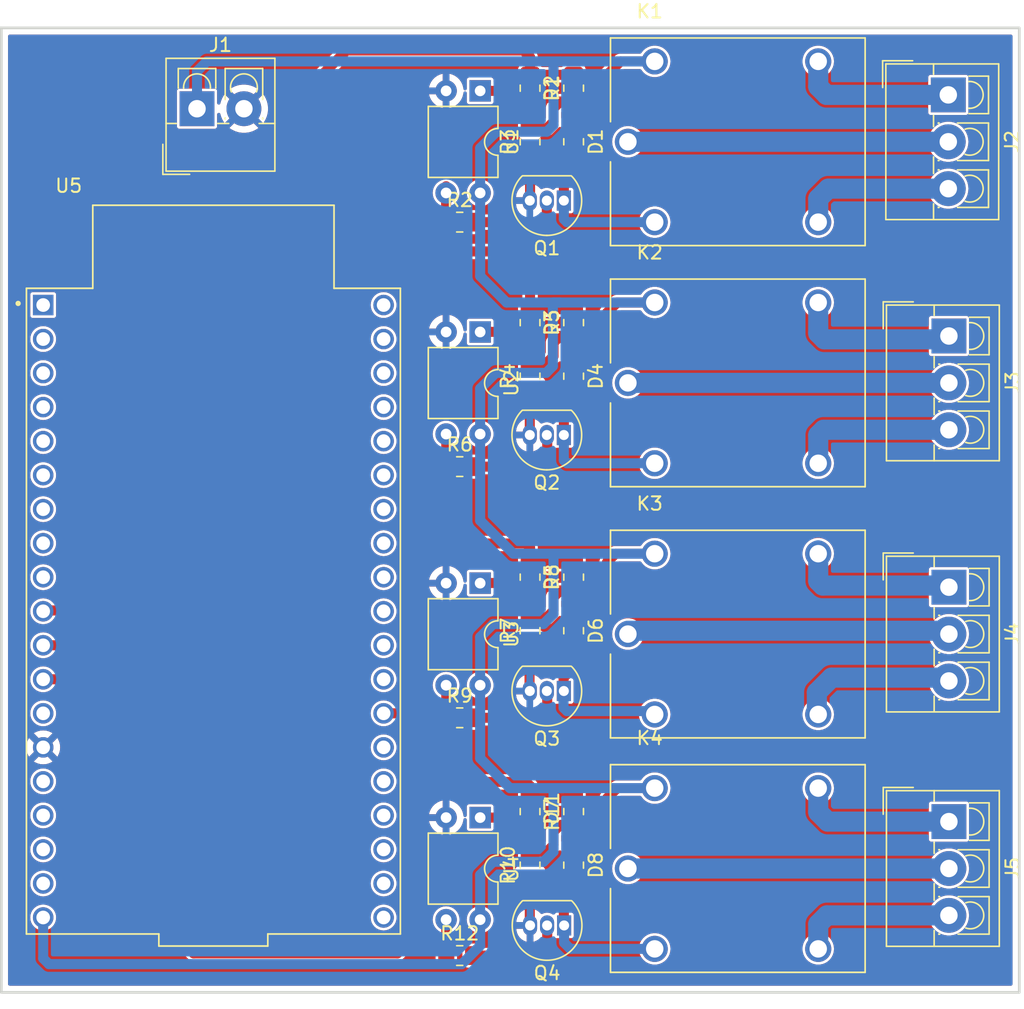
<source format=kicad_pcb>
(kicad_pcb (version 20240108) (generator "pcbnew") (generator_version "8.0")
  (layers (0 "F.Cu" signal) (31 "B.Cu" signal) (34 "B.Paste" user) (35 "F.Paste" user) (36 "B.SilkS" user "B.Silkscreen") (37 "F.SilkS" user "F.Silkscreen") (38 "B.Mask" user) (39 "F.Mask" user) (44 "Edge.Cuts" user))
  (net 0 "")
  (net 1 "Net-(D1-A)")
  (net 2 "VCC")
  (net 3 "Net-(D4-A)")
  (net 4 "Net-(D6-A)")
  (net 5 "Net-(D8-A)")
  (net 6 "Net-(J2-Pin_3)")
  (net 7 "Net-(J3-Pin_3)")
  (net 8 "Net-(J5-Pin_3)")
  (net 9 "Net-(J4-Pin_3)")
  (net 10 "GND")
  (net 11 "Net-(Q1-B)")
  (net 12 "Net-(Q2-B)")
  (net 13 "Net-(Q3-B)")
  (net 14 "Net-(Q4-B)")
  (net 15 "Net-(R1-Pad2)")
  (net 16 "Relay_1")
  (net 17 "Net-(R2-Pad1)")
  (net 18 "Net-(D2-K)")
  (net 19 "Net-(D3-K)")
  (net 20 "Net-(J4-Pin_2)")
  (net 21 "Net-(R5-Pad2)")
  (net 22 "Net-(R6-Pad1)")
  (net 23 "Net-(D5-K)")
  (net 24 "Net-(J4-Pin_1)")
  (net 25 "Net-(R8-Pad2)")
  (net 26 "Net-(R9-Pad1)")
  (net 27 "Net-(D7-K)")
  (net 28 "Net-(R11-Pad2)")
  (net 29 "Net-(R12-Pad1)")
  (net 30 "Net-(J2-Pin_2)")
  (net 31 "Net-(J2-Pin_1)")
  (net 32 "Net-(J3-Pin_2)")
  (net 33 "Net-(J3-Pin_1)")
  (net 34 "Net-(J5-Pin_2)")
  (net 35 "Net-(J5-Pin_1)")
  (net 36 "Relay_2")
  (net 37 "Relay_3")
  (net 38 "Relay_4")
  (footprint "Resistor_SMD:R_0805_2012Metric_Pad1.20x1.40mm_HandSolder" (layer "F.Cu") (at 142.5 54.8125 -90)
    (property "Reference" "R1" (at 0 -1.65 90) (layer "F.SilkS"))
    (property "Value" "220")
    (pad "1" smd roundrect (at -1 0 270) (size 1.2 1.4) (layers "F.Cu" "F.Paste" "F.Mask") (roundrect_rratio 0.208333) (net 16 "Relay_1"))
    (pad "2" smd roundrect (at 1 0 270) (size 1.2 1.4) (layers "F.Cu" "F.Paste" "F.Mask") (roundrect_rratio 0.208333) (net 15 "Net-(R1-Pad2)"))
  )
  (footprint "Resistor_SMD:R_0805_2012Metric_Pad1.20x1.40mm_HandSolder" (layer "F.Cu") (at 137.25 101.8125)
    (property "Reference" "R9" (at 0 -1.65 0) (layer "F.SilkS"))
    (property "Value" "1k")
    (pad "1" smd roundrect (at -1 0) (size 1.2 1.4) (layers "F.Cu" "F.Paste" "F.Mask") (roundrect_rratio 0.208333) (net 26 "Net-(R9-Pad1)"))
    (pad "2" smd roundrect (at 1 0) (size 1.2 1.4) (layers "F.Cu" "F.Paste" "F.Mask") (roundrect_rratio 0.208333) (net 13 "Net-(Q3-B)"))
  )
  (footprint "Resistor_SMD:R_0805_2012Metric_Pad1.20x1.40mm_HandSolder" (layer "F.Cu") (at 145.75 108.8125 90)
    (property "Reference" "D7" (at 0 -1.65 90) (layer "F.SilkS"))
    (property "Value" "LED")
    (pad "1" smd roundrect (at -1 0 90) (size 1.2 1.4) (layers "F.Cu" "F.Paste" "F.Mask") (roundrect_rratio 0.208333) (net 27 "Net-(D7-K)"))
    (pad "2" smd roundrect (at 1 0 90) (size 1.2 1.4) (layers "F.Cu" "F.Paste" "F.Mask") (roundrect_rratio 0.208333) (net 38 "Relay_4"))
  )
  (footprint "Relés:RELAY_PR14-12V-360-1C" (layer "F.Cu") (at 158 58.8125)
    (property "Reference" "K1" (at -6.575 -9.735 0) (layer "F.SilkS"))
    (property "Value" "PR14-12V-360-1C")
    (pad "A1" thru_hole circle (at -6.2 -6) (size 1.95 1.95) (drill 1.3) (layers "*.Cu" "*.Mask") (net 2 "VCC"))
    (pad "A2" thru_hole circle (at -6.2 6) (size 1.95 1.95) (drill 1.3) (layers "*.Cu" "*.Mask") (net 1 "Net-(D1-A)"))
    (pad "COM" thru_hole circle (at -8.2 0) (size 1.95 1.95) (drill 1.3) (layers "*.Cu" "*.Mask") (net 30 "Net-(J2-Pin_2)"))
    (pad "NC" thru_hole circle (at 6 -6) (size 1.95 1.95) (drill 1.3) (layers "*.Cu" "*.Mask") (net 31 "Net-(J2-Pin_1)"))
    (pad "NO" thru_hole circle (at 6 6) (size 1.95 1.95) (drill 1.3) (layers "*.Cu" "*.Mask") (net 6 "Net-(J2-Pin_3)"))
  )
  (footprint "TerminalBlock_4Ucon:TerminalBlock_4Ucon_1x03_P3.50mm_Vertical" (layer "F.Cu") (at 173.75 109.5625 -90)
    (property "Reference" "J5" (at 3.5 -4.76 90) (layer "F.SilkS"))
    (property "Value" "Re4")
    (pad "1" thru_hole rect (at 0 0 270) (size 2.6 2.6) (drill 1.3) (layers "*.Cu" "*.Mask") (net 35 "Net-(J5-Pin_1)"))
    (pad "2" thru_hole circle (at 3.5 0 270) (size 2.6 2.6) (drill 1.3) (layers "*.Cu" "*.Mask") (net 34 "Net-(J5-Pin_2)"))
    (pad "3" thru_hole circle (at 7 0 270) (size 2.6 2.6) (drill 1.3) (layers "*.Cu" "*.Mask") (net 8 "Net-(J5-Pin_3)"))
  )
  (footprint "Resistor_SMD:R_0805_2012Metric_Pad1.20x1.40mm_HandSolder" (layer "F.Cu") (at 142.5 95.3125 90)
    (property "Reference" "R7" (at 0 -1.65 90) (layer "F.SilkS"))
    (property "Value" "330")
    (pad "1" smd roundrect (at -1 0 90) (size 1.2 1.4) (layers "F.Cu" "F.Paste" "F.Mask") (roundrect_rratio 0.208333) (net 10 "GND"))
    (pad "2" smd roundrect (at 1 0 90) (size 1.2 1.4) (layers "F.Cu" "F.Paste" "F.Mask") (roundrect_rratio 0.208333) (net 23 "Net-(D5-K)"))
  )
  (footprint "Package_DIP:DIP-4_W7.62mm" (layer "F.Cu") (at 138.775 91.7625 -90)
    (property "Reference" "U3" (at 3.81 -2.33 90) (layer "F.SilkS"))
    (property "Value" "PC817")
    (pad "1" thru_hole rect (at 0 0 270) (size 1.6 1.6) (drill 0.8) (layers "*.Cu" "*.Mask") (net 25 "Net-(R8-Pad2)"))
    (pad "2" thru_hole oval (at 0 2.54 270) (size 1.6 1.6) (drill 0.8) (layers "*.Cu" "*.Mask") (net 10 "GND"))
    (pad "3" thru_hole oval (at 7.62 2.54 270) (size 1.6 1.6) (drill 0.8) (layers "*.Cu" "*.Mask") (net 26 "Net-(R9-Pad1)"))
    (pad "4" thru_hole oval (at 7.62 0 270) (size 1.6 1.6) (drill 0.8) (layers "*.Cu" "*.Mask") (net 2 "VCC"))
  )
  (footprint "ESP32 36PIN:MODULE_DEVKIT_V1_ESP32-WROOM-32" (layer "F.Cu") (at 118.8725 93.85)
    (property "Reference" "U5" (at -10.795 -31.75 360) (layer "F.SilkS"))
    (property "Value" "DEVKIT_V1_ESP32-WROOM-32")
    (pad "1" thru_hole rect (at -12.7 -22.85) (size 1.53 1.53) (drill 1.02) (layers "*.Cu" "*.Mask"))
    (pad "2" thru_hole circle (at -12.7 -20.31) (size 1.53 1.53) (drill 1.02) (layers "*.Cu" "*.Mask"))
    (pad "3" thru_hole circle (at -12.7 -17.77) (size 1.53 1.53) (drill 1.02) (layers "*.Cu" "*.Mask"))
    (pad "4" thru_hole circle (at -12.7 -15.23) (size 1.53 1.53) (drill 1.02) (layers "*.Cu" "*.Mask"))
    (pad "5" thru_hole circle (at -12.7 -12.69) (size 1.53 1.53) (drill 1.02) (layers "*.Cu" "*.Mask"))
    (pad "6" thru_hole circle (at -12.7 -10.15) (size 1.53 1.53) (drill 1.02) (layers "*.Cu" "*.Mask"))
    (pad "7" thru_hole circle (at -12.7 -7.61) (size 1.53 1.53) (drill 1.02) (layers "*.Cu" "*.Mask"))
    (pad "8" thru_hole circle (at -12.7 -5.07) (size 1.53 1.53) (drill 1.02) (layers "*.Cu" "*.Mask"))
    (pad "9" thru_hole circle (at -12.7 -2.53) (size 1.53 1.53) (drill 1.02) (layers "*.Cu" "*.Mask"))
    (pad "10" thru_hole circle (at -12.7 0.01) (size 1.53 1.53) (drill 1.02) (layers "*.Cu" "*.Mask") (net 16 "Relay_1"))
    (pad "11" thru_hole circle (at -12.7 2.55) (size 1.53 1.53) (drill 1.02) (layers "*.Cu" "*.Mask") (net 36 "Relay_2"))
    (pad "12" thru_hole circle (at -12.7 5.09) (size 1.53 1.53) (drill 1.02) (layers "*.Cu" "*.Mask") (net 38 "Relay_4"))
    (pad "13" thru_hole circle (at -12.7 7.63) (size 1.53 1.53) (drill 1.02) (layers "*.Cu" "*.Mask"))
    (pad "14" thru_hole circle (at -12.7 10.17) (size 1.53 1.53) (drill 1.02) (layers "*.Cu" "*.Mask") (net 10 "GND"))
    (pad "15" thru_hole circle (at -12.7 12.71) (size 1.53 1.53) (drill 1.02) (layers "*.Cu" "*.Mask"))
    (pad "16" thru_hole circle (at -12.7 15.25) (size 1.53 1.53) (drill 1.02) (layers "*.Cu" "*.Mask"))
    (pad "17" thru_hole circle (at -12.7 17.79) (size 1.53 1.53) (drill 1.02) (layers "*.Cu" "*.Mask"))
    (pad "18" thru_hole circle (at -12.7 20.33) (size 1.53 1.53) (drill 1.02) (layers "*.Cu" "*.Mask"))
    (pad "19" thru_hole circle (at -12.7 22.87) (size 1.53 1.53) (drill 1.02) (layers "*.Cu" "*.Mask") (net 2 "VCC"))
    (pad "20" thru_hole circle (at 12.7 22.87) (size 1.53 1.53) (drill 1.02) (layers "*.Cu" "*.Mask"))
    (pad "21" thru_hole circle (at 12.7 20.33) (size 1.53 1.53) (drill 1.02) (layers "*.Cu" "*.Mask"))
    (pad "22" thru_hole circle (at 12.7 17.79) (size 1.53 1.53) (drill 1.02) (layers "*.Cu" "*.Mask"))
    (pad "23" thru_hole circle (at 12.7 15.25) (size 1.53 1.53) (drill 1.02) (layers "*.Cu" "*.Mask"))
    (pad "24" thru_hole circle (at 12.7 12.71) (size 1.53 1.53) (drill 1.02) (layers "*.Cu" "*.Mask"))
    (pad "25" thru_hole circle (at 12.7 10.17) (size 1.53 1.53) (drill 1.02) (layers "*.Cu" "*.Mask"))
    (pad "26" thru_hole circle (at 12.7 7.63) (size 1.53 1.53) (drill 1.02) (layers "*.Cu" "*.Mask") (net 37 "Relay_3"))
    (pad "27" thru_hole circle (at 12.7 5.09) (size 1.53 1.53) (drill 1.02) (layers "*.Cu" "*.Mask"))
    (pad "28" thru_hole circle (at 12.7 2.55) (size 1.53 1.53) (drill 1.02) (layers "*.Cu" "*.Mask"))
    (pad "29" thru_hole circle (at 12.7 0.01) (size 1.53 1.53) (drill 1.02) (layers "*.Cu" "*.Mask"))
    (pad "30" thru_hole circle (at 12.7 -2.53) (size 1.53 1.53) (drill 1.02) (layers "*.Cu" "*.Mask"))
    (pad "31" thru_hole circle (at 12.7 -5.07) (size 1.53 1.53) (drill 1.02) (layers "*.Cu" "*.Mask"))
    (pad "32" thru_hole circle (at 12.7 -7.61) (size 1.53 1.53) (drill 1.02) (layers "*.Cu" "*.Mask"))
    (pad "33" thru_hole circle (at 12.7 -10.15) (size 1.53 1.53) (drill 1.02) (layers "*.Cu" "*.Mask"))
    (pad "34" thru_hole circle (at 12.7 -12.69) (size 1.53 1.53) (drill 1.02) (layers "*.Cu" "*.Mask"))
    (pad "35" thru_hole circle (at 12.7 -15.23) (size 1.53 1.53) (drill 1.02) (layers "*.Cu" "*.Mask"))
    (pad "36" thru_hole circle (at 12.7 -17.77) (size 1.53 1.53) (drill 1.02) (layers "*.Cu" "*.Mask"))
    (pad "37" thru_hole circle (at 12.7 -20.31) (size 1.53 1.53) (drill 1.02) (layers "*.Cu" "*.Mask"))
    (pad "38" thru_hole circle (at 12.7 -22.85) (size 1.53 1.53) (drill 1.02) (layers "*.Cu" "*.Mask"))
  )
  (footprint "Package_TO_SOT_THT:TO-92_Inline" (layer "F.Cu") (at 145.04 117.3125 180)
    (property "Reference" "Q4" (at 1.27 -3.56 0) (layer "F.SilkS"))
    (property "Value" "BC547")
    (pad "1" thru_hole rect (at 0 0 180) (size 1.05 1.5) (drill 0.75) (layers "*.Cu" "*.Mask") (net 5 "Net-(D8-A)"))
    (pad "2" thru_hole oval (at 1.27 0 180) (size 1.05 1.5) (drill 0.75) (layers "*.Cu" "*.Mask") (net 14 "Net-(Q4-B)"))
    (pad "3" thru_hole oval (at 2.54 0 180) (size 1.05 1.5) (drill 0.75) (layers "*.Cu" "*.Mask") (net 10 "GND"))
  )
  (footprint "Relés:RELAY_PR14-12V-360-1C" (layer "F.Cu") (at 158 113.0625)
    (property "Reference" "K4" (at -6.575 -9.735 0) (layer "F.SilkS"))
    (property "Value" "PR14-12V-360-1C")
    (pad "A1" thru_hole circle (at -6.2 -6) (size 1.95 1.95) (drill 1.3) (layers "*.Cu" "*.Mask") (net 2 "VCC"))
    (pad "A2" thru_hole circle (at -6.2 6) (size 1.95 1.95) (drill 1.3) (layers "*.Cu" "*.Mask") (net 5 "Net-(D8-A)"))
    (pad "COM" thru_hole circle (at -8.2 0) (size 1.95 1.95) (drill 1.3) (layers "*.Cu" "*.Mask") (net 34 "Net-(J5-Pin_2)"))
    (pad "NC" thru_hole circle (at 6 -6) (size 1.95 1.95) (drill 1.3) (layers "*.Cu" "*.Mask") (net 35 "Net-(J5-Pin_1)"))
    (pad "NO" thru_hole circle (at 6 6) (size 1.95 1.95) (drill 1.3) (layers "*.Cu" "*.Mask") (net 8 "Net-(J5-Pin_3)"))
  )
  (footprint "Relés:RELAY_PR14-12V-360-1C" (layer "F.Cu") (at 158 76.8125)
    (property "Reference" "K2" (at -6.575 -9.735 0) (layer "F.SilkS"))
    (property "Value" "PR14-12V-360-1C")
    (pad "A1" thru_hole circle (at -6.2 -6) (size 1.95 1.95) (drill 1.3) (layers "*.Cu" "*.Mask") (net 2 "VCC"))
    (pad "A2" thru_hole circle (at -6.2 6) (size 1.95 1.95) (drill 1.3) (layers "*.Cu" "*.Mask") (net 3 "Net-(D4-A)"))
    (pad "COM" thru_hole circle (at -8.2 0) (size 1.95 1.95) (drill 1.3) (layers "*.Cu" "*.Mask") (net 32 "Net-(J3-Pin_2)"))
    (pad "NC" thru_hole circle (at 6 -6) (size 1.95 1.95) (drill 1.3) (layers "*.Cu" "*.Mask") (net 33 "Net-(J3-Pin_1)"))
    (pad "NO" thru_hole circle (at 6 6) (size 1.95 1.95) (drill 1.3) (layers "*.Cu" "*.Mask") (net 7 "Net-(J3-Pin_3)"))
  )
  (footprint "Resistor_SMD:R_0805_2012Metric_Pad1.20x1.40mm_HandSolder" (layer "F.Cu") (at 137.25 83.0625)
    (property "Reference" "R6" (at 0 -1.65 0) (layer "F.SilkS"))
    (property "Value" "1k")
    (pad "1" smd roundrect (at -1 0) (size 1.2 1.4) (layers "F.Cu" "F.Paste" "F.Mask") (roundrect_rratio 0.208333) (net 22 "Net-(R6-Pad1)"))
    (pad "2" smd roundrect (at 1 0) (size 1.2 1.4) (layers "F.Cu" "F.Paste" "F.Mask") (roundrect_rratio 0.208333) (net 12 "Net-(Q2-B)"))
  )
  (footprint "Package_DIP:DIP-4_W7.62mm" (layer "F.Cu") (at 138.775 73.0125 -90)
    (property "Reference" "U2" (at 3.81 -2.33 90) (layer "F.SilkS"))
    (property "Value" "PC817")
    (pad "1" thru_hole rect (at 0 0 270) (size 1.6 1.6) (drill 0.8) (layers "*.Cu" "*.Mask") (net 21 "Net-(R5-Pad2)"))
    (pad "2" thru_hole oval (at 0 2.54 270) (size 1.6 1.6) (drill 0.8) (layers "*.Cu" "*.Mask") (net 10 "GND"))
    (pad "3" thru_hole oval (at 7.62 2.54 270) (size 1.6 1.6) (drill 0.8) (layers "*.Cu" "*.Mask") (net 22 "Net-(R6-Pad1)"))
    (pad "4" thru_hole oval (at 7.62 0 270) (size 1.6 1.6) (drill 0.8) (layers "*.Cu" "*.Mask") (net 2 "VCC"))
  )
  (footprint "Resistor_SMD:R_0805_2012Metric_Pad1.20x1.40mm_HandSolder" (layer "F.Cu") (at 142.5 58.8125 90)
    (property "Reference" "R3" (at 0 -1.65 90) (layer "F.SilkS"))
    (property "Value" "330")
    (pad "1" smd roundrect (at -1 0 90) (size 1.2 1.4) (layers "F.Cu" "F.Paste" "F.Mask") (roundrect_rratio 0.208333) (net 10 "GND"))
    (pad "2" smd roundrect (at 1 0 90) (size 1.2 1.4) (layers "F.Cu" "F.Paste" "F.Mask") (roundrect_rratio 0.208333) (net 18 "Net-(D2-K)"))
  )
  (footprint "Package_TO_SOT_THT:TO-92_Inline" (layer "F.Cu") (at 145.02 99.8125 180)
    (property "Reference" "Q3" (at 1.27 -3.56 0) (layer "F.SilkS"))
    (property "Value" "BC547")
    (pad "1" thru_hole rect (at 0 0 180) (size 1.05 1.5) (drill 0.75) (layers "*.Cu" "*.Mask") (net 4 "Net-(D6-A)"))
    (pad "2" thru_hole oval (at 1.27 0 180) (size 1.05 1.5) (drill 0.75) (layers "*.Cu" "*.Mask") (net 13 "Net-(Q3-B)"))
    (pad "3" thru_hole oval (at 2.54 0 180) (size 1.05 1.5) (drill 0.75) (layers "*.Cu" "*.Mask") (net 10 "GND"))
  )
  (footprint "Package_TO_SOT_THT:TO-92_Inline" (layer "F.Cu") (at 145.02 63.2025 180)
    (property "Reference" "Q1" (at 1.27 -3.56 0) (layer "F.SilkS"))
    (property "Value" "BC547")
    (pad "1" thru_hole rect (at 0 0 180) (size 1.05 1.5) (drill 0.75) (layers "*.Cu" "*.Mask") (net 1 "Net-(D1-A)"))
    (pad "2" thru_hole oval (at 1.27 0 180) (size 1.05 1.5) (drill 0.75) (layers "*.Cu" "*.Mask") (net 11 "Net-(Q1-B)"))
    (pad "3" thru_hole oval (at 2.54 0 180) (size 1.05 1.5) (drill 0.75) (layers "*.Cu" "*.Mask") (net 10 "GND"))
  )
  (footprint "Resistor_SMD:R_0805_2012Metric_Pad1.20x1.40mm_HandSolder" (layer "F.Cu") (at 145.75 95.3125 -90)
    (property "Reference" "D6" (at 0 -1.65 90) (layer "F.SilkS"))
    (property "Value" "1N4007")
    (pad "1" smd roundrect (at -1 0 270) (size 1.2 1.4) (layers "F.Cu" "F.Paste" "F.Mask") (roundrect_rratio 0.208333) (net 2 "VCC"))
    (pad "2" smd roundrect (at 1 0 270) (size 1.2 1.4) (layers "F.Cu" "F.Paste" "F.Mask") (roundrect_rratio 0.208333) (net 4 "Net-(D6-A)"))
  )
  (footprint "TerminalBlock_4Ucon:TerminalBlock_4Ucon_1x03_P3.50mm_Vertical" (layer "F.Cu") (at 173.75 73.3125 -90)
    (property "Reference" "J3" (at 3.5 -4.76 90) (layer "F.SilkS"))
    (property "Value" "Re2")
    (pad "1" thru_hole rect (at 0 0 270) (size 2.6 2.6) (drill 1.3) (layers "*.Cu" "*.Mask") (net 33 "Net-(J3-Pin_1)"))
    (pad "2" thru_hole circle (at 3.5 0 270) (size 2.6 2.6) (drill 1.3) (layers "*.Cu" "*.Mask") (net 32 "Net-(J3-Pin_2)"))
    (pad "3" thru_hole circle (at 7 0 270) (size 2.6 2.6) (drill 1.3) (layers "*.Cu" "*.Mask") (net 7 "Net-(J3-Pin_3)"))
  )
  (footprint "Package_TO_SOT_THT:TO-92_Inline" (layer "F.Cu") (at 145.02 80.7025 180)
    (property "Reference" "Q2" (at 1.27 -3.56 0) (layer "F.SilkS"))
    (property "Value" "BC547")
    (pad "1" thru_hole rect (at 0 0 180) (size 1.05 1.5) (drill 0.75) (layers "*.Cu" "*.Mask") (net 3 "Net-(D4-A)"))
    (pad "2" thru_hole oval (at 1.27 0 180) (size 1.05 1.5) (drill 0.75) (layers "*.Cu" "*.Mask") (net 12 "Net-(Q2-B)"))
    (pad "3" thru_hole oval (at 2.54 0 180) (size 1.05 1.5) (drill 0.75) (layers "*.Cu" "*.Mask") (net 10 "GND"))
  )
  (footprint "Package_DIP:DIP-4_W7.62mm" (layer "F.Cu") (at 138.775 109.2625 -90)
    (property "Reference" "U4" (at 3.81 -2.33 90) (layer "F.SilkS"))
    (property "Value" "PC817")
    (pad "1" thru_hole rect (at 0 0 270) (size 1.6 1.6) (drill 0.8) (layers "*.Cu" "*.Mask") (net 28 "Net-(R11-Pad2)"))
    (pad "2" thru_hole oval (at 0 2.54 270) (size 1.6 1.6) (drill 0.8) (layers "*.Cu" "*.Mask") (net 10 "GND"))
    (pad "3" thru_hole oval (at 7.62 2.54 270) (size 1.6 1.6) (drill 0.8) (layers "*.Cu" "*.Mask") (net 29 "Net-(R12-Pad1)"))
    (pad "4" thru_hole oval (at 7.62 0 270) (size 1.6 1.6) (drill 0.8) (layers "*.Cu" "*.Mask") (net 2 "VCC"))
  )
  (footprint "Relés:RELAY_PR14-12V-360-1C" (layer "F.Cu") (at 158 95.5625)
    (property "Reference" "K3" (at -6.575 -9.735 0) (layer "F.SilkS"))
    (property "Value" "PR14-12V-360-1C")
    (pad "A1" thru_hole circle (at -6.2 -6) (size 1.95 1.95) (drill 1.3) (layers "*.Cu" "*.Mask") (net 2 "VCC"))
    (pad "A2" thru_hole circle (at -6.2 6) (size 1.95 1.95) (drill 1.3) (layers "*.Cu" "*.Mask") (net 4 "Net-(D6-A)"))
    (pad "COM" thru_hole circle (at -8.2 0) (size 1.95 1.95) (drill 1.3) (layers "*.Cu" "*.Mask") (net 20 "Net-(J4-Pin_2)"))
    (pad "NC" thru_hole circle (at 6 -6) (size 1.95 1.95) (drill 1.3) (layers "*.Cu" "*.Mask") (net 24 "Net-(J4-Pin_1)"))
    (pad "NO" thru_hole circle (at 6 6) (size 1.95 1.95) (drill 1.3) (layers "*.Cu" "*.Mask") (net 9 "Net-(J4-Pin_3)"))
  )
  (footprint "Resistor_SMD:R_0805_2012Metric_Pad1.20x1.40mm_HandSolder" (layer "F.Cu") (at 145.75 91.3125 90)
    (property "Reference" "D5" (at 0 -1.65 90) (layer "F.SilkS"))
    (property "Value" "LED")
    (pad "1" smd roundrect (at -1 0 90) (size 1.2 1.4) (layers "F.Cu" "F.Paste" "F.Mask") (roundrect_rratio 0.208333) (net 23 "Net-(D5-K)"))
    (pad "2" smd roundrect (at 1 0 90) (size 1.2 1.4) (layers "F.Cu" "F.Paste" "F.Mask") (roundrect_rratio 0.208333) (net 37 "Relay_3"))
  )
  (footprint "Resistor_SMD:R_0805_2012Metric_Pad1.20x1.40mm_HandSolder" (layer "F.Cu") (at 142.5 112.8125 90)
    (property "Reference" "R10" (at 0 -1.65 90) (layer "F.SilkS"))
    (property "Value" "330")
    (pad "1" smd roundrect (at -1 0 90) (size 1.2 1.4) (layers "F.Cu" "F.Paste" "F.Mask") (roundrect_rratio 0.208333) (net 10 "GND"))
    (pad "2" smd roundrect (at 1 0 90) (size 1.2 1.4) (layers "F.Cu" "F.Paste" "F.Mask") (roundrect_rratio 0.208333) (net 27 "Net-(D7-K)"))
  )
  (footprint "Resistor_SMD:R_0805_2012Metric_Pad1.20x1.40mm_HandSolder" (layer "F.Cu") (at 142.5 108.8125 -90)
    (property "Reference" "R11" (at 0 -1.65 90) (layer "F.SilkS"))
    (property "Value" "220")
    (pad "1" smd roundrect (at -1 0 270) (size 1.2 1.4) (layers "F.Cu" "F.Paste" "F.Mask") (roundrect_rratio 0.208333) (net 38 "Relay_4"))
    (pad "2" smd roundrect (at 1 0 270) (size 1.2 1.4) (layers "F.Cu" "F.Paste" "F.Mask") (roundrect_rratio 0.208333) (net 28 "Net-(R11-Pad2)"))
  )
  (footprint "Resistor_SMD:R_0805_2012Metric_Pad1.20x1.40mm_HandSolder" (layer "F.Cu") (at 145.75 76.3125 -90)
    (property "Reference" "D4" (at 0 -1.65 90) (layer "F.SilkS"))
    (property "Value" "1N4007")
    (pad "1" smd roundrect (at -1 0 270) (size 1.2 1.4) (layers "F.Cu" "F.Paste" "F.Mask") (roundrect_rratio 0.208333) (net 2 "VCC"))
    (pad "2" smd roundrect (at 1 0 270) (size 1.2 1.4) (layers "F.Cu" "F.Paste" "F.Mask") (roundrect_rratio 0.208333) (net 3 "Net-(D4-A)"))
  )
  (footprint "Resistor_SMD:R_0805_2012Metric_Pad1.20x1.40mm_HandSolder" (layer "F.Cu") (at 137.25 64.8125)
    (property "Reference" "R2" (at 0 -1.65 0) (layer "F.SilkS"))
    (property "Value" "1k")
    (pad "1" smd roundrect (at -1 0) (size 1.2 1.4) (layers "F.Cu" "F.Paste" "F.Mask") (roundrect_rratio 0.208333) (net 17 "Net-(R2-Pad1)"))
    (pad "2" smd roundrect (at 1 0) (size 1.2 1.4) (layers "F.Cu" "F.Paste" "F.Mask") (roundrect_rratio 0.208333) (net 11 "Net-(Q1-B)"))
  )
  (footprint "Resistor_SMD:R_0805_2012Metric_Pad1.20x1.40mm_HandSolder" (layer "F.Cu") (at 145.75 72.3125 90)
    (property "Reference" "D3" (at 0 -1.65 90) (layer "F.SilkS"))
    (property "Value" "LED")
    (pad "1" smd roundrect (at -1 0 90) (size 1.2 1.4) (layers "F.Cu" "F.Paste" "F.Mask") (roundrect_rratio 0.208333) (net 19 "Net-(D3-K)"))
    (pad "2" smd roundrect (at 1 0 90) (size 1.2 1.4) (layers "F.Cu" "F.Paste" "F.Mask") (roundrect_rratio 0.208333) (net 36 "Relay_2"))
  )
  (footprint "Resistor_SMD:R_0805_2012Metric_Pad1.20x1.40mm_HandSolder" (layer "F.Cu") (at 142.5 76.3125 90)
    (property "Reference" "R4" (at 0 -1.65 90) (layer "F.SilkS"))
    (property "Value" "330")
    (pad "1" smd roundrect (at -1 0 90) (size 1.2 1.4) (layers "F.Cu" "F.Paste" "F.Mask") (roundrect_rratio 0.208333) (net 10 "GND"))
    (pad "2" smd roundrect (at 1 0 90) (size 1.2 1.4) (layers "F.Cu" "F.Paste" "F.Mask") (roundrect_rratio 0.208333) (net 19 "Net-(D3-K)"))
  )
  (footprint "Resistor_SMD:R_0805_2012Metric_Pad1.20x1.40mm_HandSolder" (layer "F.Cu") (at 142.5 72.3125 -90)
    (property "Reference" "R5" (at 0 -1.65 90) (layer "F.SilkS"))
    (property "Value" "220")
    (pad "1" smd roundrect (at -1 0 270) (size 1.2 1.4) (layers "F.Cu" "F.Paste" "F.Mask") (roundrect_rratio 0.208333) (net 36 "Relay_2"))
    (pad "2" smd roundrect (at 1 0 270) (size 1.2 1.4) (layers "F.Cu" "F.Paste" "F.Mask") (roundrect_rratio 0.208333) (net 21 "Net-(R5-Pad2)"))
  )
  (footprint "Resistor_SMD:R_0805_2012Metric_Pad1.20x1.40mm_HandSolder" (layer "F.Cu") (at 137.25 119.5625)
    (property "Reference" "R12" (at 0 -1.65 0) (layer "F.SilkS"))
    (property "Value" "1k")
    (pad "1" smd roundrect (at -1 0) (size 1.2 1.4) (layers "F.Cu" "F.Paste" "F.Mask") (roundrect_rratio 0.208333) (net 29 "Net-(R12-Pad1)"))
    (pad "2" smd roundrect (at 1 0) (size 1.2 1.4) (layers "F.Cu" "F.Paste" "F.Mask") (roundrect_rratio 0.208333) (net 14 "Net-(Q4-B)"))
  )
  (footprint "Resistor_SMD:R_0805_2012Metric_Pad1.20x1.40mm_HandSolder" (layer "F.Cu") (at 145.75 58.8125 -90)
    (property "Reference" "D1" (at 0 -1.65 90) (layer "F.SilkS"))
    (property "Value" "1N4007")
    (pad "1" smd roundrect (at -1 0 270) (size 1.2 1.4) (layers "F.Cu" "F.Paste" "F.Mask") (roundrect_rratio 0.208333) (net 2 "VCC"))
    (pad "2" smd roundrect (at 1 0 270) (size 1.2 1.4) (layers "F.Cu" "F.Paste" "F.Mask") (roundrect_rratio 0.208333) (net 1 "Net-(D1-A)"))
  )
  (footprint "TerminalBlock_4Ucon:TerminalBlock_4Ucon_1x03_P3.50mm_Vertical" (layer "F.Cu") (at 173.705 55.3125 -90)
    (property "Reference" "J2" (at 3.5 -4.76 90) (layer "F.SilkS"))
    (property "Value" "Re1")
    (pad "1" thru_hole rect (at 0 0 270) (size 2.6 2.6) (drill 1.3) (layers "*.Cu" "*.Mask") (net 31 "Net-(J2-Pin_1)"))
    (pad "2" thru_hole circle (at 3.5 0 270) (size 2.6 2.6) (drill 1.3) (layers "*.Cu" "*.Mask") (net 30 "Net-(J2-Pin_2)"))
    (pad "3" thru_hole circle (at 7 0 270) (size 2.6 2.6) (drill 1.3) (layers "*.Cu" "*.Mask") (net 6 "Net-(J2-Pin_3)"))
  )
  (footprint "TerminalBlock_4Ucon:TerminalBlock_4Ucon_1x02_P3.50mm_Vertical" (layer "F.Cu") (at 117.65 56.345)
    (property "Reference" "J1" (at 1.75 -4.76 0) (layer "F.SilkS"))
    (property "Value" "Entrada")
    (pad "1" thru_hole rect (at 0 0) (size 2.6 2.6) (drill 1.3) (layers "*.Cu" "*.Mask") (net 2 "VCC"))
    (pad "2" thru_hole circle (at 3.5 0) (size 2.6 2.6) (drill 1.3) (layers "*.Cu" "*.Mask") (net 10 "GND"))
  )
  (footprint "Resistor_SMD:R_0805_2012Metric_Pad1.20x1.40mm_HandSolder" (layer "F.Cu") (at 145.75 54.8125 90)
    (property "Reference" "D2" (at 0 -1.65 90) (layer "F.SilkS"))
    (property "Value" "LED")
    (pad "1" smd roundrect (at -1 0 90) (size 1.2 1.4) (layers "F.Cu" "F.Paste" "F.Mask") (roundrect_rratio 0.208333) (net 18 "Net-(D2-K)"))
    (pad "2" smd roundrect (at 1 0 90) (size 1.2 1.4) (layers "F.Cu" "F.Paste" "F.Mask") (roundrect_rratio 0.208333) (net 16 "Relay_1"))
  )
  (footprint "TerminalBlock_4Ucon:TerminalBlock_4Ucon_1x03_P3.50mm_Vertical" (layer "F.Cu") (at 173.75 92.0625 -90)
    (property "Reference" "J4" (at 3.5 -4.76 90) (layer "F.SilkS"))
    (property "Value" "Re3")
    (pad "1" thru_hole rect (at 0 0 270) (size 2.6 2.6) (drill 1.3) (layers "*.Cu" "*.Mask") (net 24 "Net-(J4-Pin_1)"))
    (pad "2" thru_hole circle (at 3.5 0 270) (size 2.6 2.6) (drill 1.3) (layers "*.Cu" "*.Mask") (net 20 "Net-(J4-Pin_2)"))
    (pad "3" thru_hole circle (at 7 0 270) (size 2.6 2.6) (drill 1.3) (layers "*.Cu" "*.Mask") (net 9 "Net-(J4-Pin_3)"))
  )
  (footprint "Package_DIP:DIP-4_W7.62mm" (layer "F.Cu") (at 138.775 55.0125 -90)
    (property "Reference" "U1" (at 3.81 -2.33 90) (layer "F.SilkS"))
    (property "Value" "PC817")
    (pad "1" thru_hole rect (at 0 0 270) (size 1.6 1.6) (drill 0.8) (layers "*.Cu" "*.Mask") (net 15 "Net-(R1-Pad2)"))
    (pad "2" thru_hole oval (at 0 2.54 270) (size 1.6 1.6) (drill 0.8) (layers "*.Cu" "*.Mask") (net 10 "GND"))
    (pad "3" thru_hole oval (at 7.62 2.54 270) (size 1.6 1.6) (drill 0.8) (layers "*.Cu" "*.Mask") (net 17 "Net-(R2-Pad1)"))
    (pad "4" thru_hole oval (at 7.62 0 270) (size 1.6 1.6) (drill 0.8) (layers "*.Cu" "*.Mask") (net 2 "VCC"))
  )
  (footprint "Resistor_SMD:R_0805_2012Metric_Pad1.20x1.40mm_HandSolder" (layer "F.Cu") (at 142.5 91.3125 -90)
    (property "Reference" "R8" (at 0 -1.65 90) (layer "F.SilkS"))
    (property "Value" "220")
    (pad "1" smd roundrect (at -1 0 270) (size 1.2 1.4) (layers "F.Cu" "F.Paste" "F.Mask") (roundrect_rratio 0.208333) (net 37 "Relay_3"))
    (pad "2" smd roundrect (at 1 0 270) (size 1.2 1.4) (layers "F.Cu" "F.Paste" "F.Mask") (roundrect_rratio 0.208333) (net 25 "Net-(R8-Pad2)"))
  )
  (footprint "Resistor_SMD:R_0805_2012Metric_Pad1.20x1.40mm_HandSolder" (layer "F.Cu") (at 145.75 112.8125 -90)
    (property "Reference" "D8" (at 0 -1.65 90) (layer "F.SilkS"))
    (property "Value" "1N4007")
    (pad "1" smd roundrect (at -1 0 270) (size 1.2 1.4) (layers "F.Cu" "F.Paste" "F.Mask") (roundrect_rratio 0.208333) (net 2 "VCC"))
    (pad "2" smd roundrect (at 1 0 270) (size 1.2 1.4) (layers "F.Cu" "F.Paste" "F.Mask") (roundrect_rratio 0.208333) (net 5 "Net-(D8-A)"))
  )
  (gr_rect (start 103.05 50.3125) (end 179 122.3125) (stroke (width 0.2)) (fill none) (layer "Edge.Cuts"))
  (segment (start 145.75 61.0625) (end 145.75 59.8125) (width 0.75) (layer "F.Cu") (net 1))
  (segment (start 145.02 61.7925) (end 145.75 61.0625) (width 0.75) (layer "F.Cu") (net 1))
  (segment (start 145.02 63.2025) (end 145.02 61.7925) (width 0.75) (layer "F.Cu") (net 1))
  (segment (start 145.02 63.2025) (end 145.02 64.5825) (width 0.75) (layer "B.Cu") (net 1))
  (segment (start 145.25 64.8125) (end 151.8 64.8125) (width 0.75) (layer "B.Cu") (net 1))
  (segment (start 145.02 64.5825) (end 145.25 64.8125) (width 0.75) (layer "B.Cu") (net 1))
  (segment (start 148.875 89.5625) (end 151.8 89.5625) (width 0.75) (layer "F.Cu") (net 2))
  (segment (start 147 57.8125) (end 148.25 56.5625) (width 0.75) (layer "F.Cu") (net 2))
  (segment (start 145.75 57.8125) (end 147 57.8125) (width 0.75) (layer "F.Cu") (net 2))
  (segment (start 145.75 94.3125) (end 147.25 94.3125) (width 0.75) (layer "F.Cu") (net 2))
  (segment (start 149.25 52.8125) (end 151.8 52.8125) (width 0.75) (layer "F.Cu") (net 2))
  (segment (start 147.25 94.3125) (end 148.25 93.3125) (width 0.75) (layer "F.Cu") (net 2))
  (segment (start 148.25 53.8125) (end 149.25 52.8125) (width 0.75) (layer "F.Cu") (net 2))
  (segment (start 148.25 71.5625) (end 149 70.8125) (width 0.75) (layer "F.Cu") (net 2))
  (segment (start 149 70.8125) (end 151.8 70.8125) (width 0.75) (layer "F.Cu") (net 2))
  (segment (start 148.25 90.1875) (end 148.875 89.5625) (width 0.75) (layer "F.Cu") (net 2))
  (segment (start 148.25 74.3125) (end 148.25 71.5625) (width 0.75) (layer "F.Cu") (net 2))
  (segment (start 148.25 56.5625) (end 148.25 53.8125) (width 0.75) (layer "F.Cu") (net 2))
  (segment (start 147 111.8125) (end 148.25 110.5625) (width 0.75) (layer "F.Cu") (net 2))
  (segment (start 145.75 111.8125) (end 147 111.8125) (width 0.75) (layer "F.Cu") (net 2))
  (segment (start 149 107.0625) (end 151.8 107.0625) (width 0.75) (layer "F.Cu") (net 2))
  (segment (start 145.75 75.3125) (end 147.25 75.3125) (width 0.75) (layer "F.Cu") (net 2))
  (segment (start 148.25 93.3125) (end 148.25 90.1875) (width 0.75) (layer "F.Cu") (net 2))
  (segment (start 148.25 110.5625) (end 148.25 107.8125) (width 0.75) (layer "F.Cu") (net 2))
  (segment (start 148.25 107.8125) (end 149 107.0625) (width 0.75) (layer "F.Cu") (net 2))
  (segment (start 147.25 75.3125) (end 148.25 74.3125) (width 0.75) (layer "F.Cu") (net 2))
  (segment (start 117.65 53.55) (end 117.65 56.345) (width 0.75) (layer "B.Cu") (net 2))
  (segment (start 138.775 104.8375) (end 141 107.0625) (width 0.75) (layer "B.Cu") (net 2))
  (segment (start 144.75 52.8125) (end 151.8 52.8125) (width 0.75) (layer "B.Cu") (net 2))
  (segment (start 138.775 116.8825) (end 138.775 113.5375) (width 0.75) (layer "B.Cu") (net 2))
  (segment (start 144.2 70.8625) (end 144.25 70.8125) (width 0.75) (layer "B.Cu") (net 2))
  (segment (start 138.775 80.6325) (end 138.775 87.0875) (width 0.75) (layer "B.Cu") (net 2))
  (segment (start 139.75 94.8125) (end 143.5 94.8125) (width 0.75) (layer "B.Cu") (net 2))
  (segment (start 144.7 70.8125) (end 151.8 70.8125) (width 0.75) (layer "B.Cu") (net 2))
  (segment (start 138.775 99.3825) (end 138.775 95.7875) (width 0.75) (layer "B.Cu") (net 2))
  (segment (start 138.775 113.5375) (end 139.75 112.5625) (width 0.75) (layer "B.Cu") (net 2))
  (segment (start 106.1725 119.7725) (end 106.6 120.2) (width 0.75) (layer "B.Cu") (net 2))
  (segment (start 140.75 70.8125) (end 144.7 70.8125) (width 0.75) (layer "B.Cu") (net 2))
  (segment (start 106.1725 116.72) (end 106.1725 119.7725) (width 0.75) (layer "B.Cu") (net 2))
  (segment (start 144.2 75.5625) (end 144.2 70.8625) (width 0.75) (layer "B.Cu") (net 2))
  (segment (start 138.775 77.2375) (end 139.95 76.0625) (width 0.75) (layer "B.Cu") (net 2))
  (segment (start 137.4 120.2) (end 138.775 118.825) (width 0.75) (layer "B.Cu") (net 2))
  (segment (start 143.5 112.5625) (end 144.25 111.8125) (width 0.75) (layer "B.Cu") (net 2))
  (segment (start 138.775 87.0875) (end 141.25 89.5625) (width 0.75) (layer "B.Cu") (net 2))
  (segment (start 106.6 120.2) (end 137.4 120.2) (width 0.75) (layer "B.Cu") (net 2))
  (segment (start 144.25 107.1125) (end 144.2 107.0625) (width 0.75) (layer "B.Cu") (net 2))
  (segment (start 144.25 57.5625) (end 144.25 53.05) (width 0.75) (layer "B.Cu") (net 2))
  (segment (start 144.75 107.0625) (end 151.8 107.0625) (width 0.75) (layer "B.Cu") (net 2))
  (segment (start 138.775 62.6325) (end 138.775 68.8375) (width 0.75) (layer "B.Cu") (net 2))
  (segment (start 144.75 52.8125) (end 118.3875 52.8125) (width 0.75) (layer "B.Cu") (net 2))
  (segment (start 138.775 95.7875) (end 139.75 94.8125) (width 0.75) (layer "B.Cu") (net 2))
  (segment (start 139.75 112.5625) (end 143.5 112.5625) (width 0.75) (layer "B.Cu") (net 2))
  (segment (start 139.95 76.0625) (end 143.7 76.0625) (width 0.75) (layer "B.Cu") (net 2))
  (segment (start 144.25 111.8125) (end 144.25 107.1125) (width 0.75) (layer "B.Cu") (net 2))
  (segment (start 141.25 89.5625) (end 151.8 89.5625) (width 0.75) (layer "B.Cu") (net 2))
  (segment (start 144.25 70.8125) (end 144.7 70.8125) (width 0.75) (layer "B.Cu") (net 2))
  (segment (start 138.775 99.3825) (end 138.775 104.8375) (width 0.75) (layer "B.Cu") (net 2))
  (segment (start 118.3875 52.8125) (end 117.65 53.55) (width 0.75) (layer "B.Cu") (net 2))
  (segment (start 138.775 68.8375) (end 140.75 70.8125) (width 0.75) (layer "B.Cu") (net 2))
  (segment (start 144.25 53.05) (end 144.2 53) (width 0.75) (layer "B.Cu") (net 2))
  (segment (start 143.7 76.0625) (end 144.2 75.5625) (width 0.75) (layer "B.Cu") (net 2))
  (segment (start 144.25 94.0625) (end 144.25 89.5625) (width 0.75) (layer "B.Cu") (net 2))
  (segment (start 138.775 79.8825) (end 138.775 77.2375) (width 0.75) (layer "B.Cu") (net 2))
  (segment (start 138.775 59.2875) (end 140 58.0625) (width 0.75) (layer "B.Cu") (net 2))
  (segment (start 140 58.0625) (end 143.75 58.0625) (width 0.75) (layer "B.Cu") (net 2))
  (segment (start 138.775 118.825) (end 138.775 116.8825) (width 0.75) (layer "B.Cu") (net 2))
  (segment (start 138.775 62.6325) (end 138.775 59.2875) (width 0.75) (layer "B.Cu") (net 2))
  (segment (start 143.75 58.0625) (end 144.25 57.5625) (width 0.75) (layer "B.Cu") (net 2))
  (segment (start 143.5 94.8125) (end 144.25 94.0625) (width 0.75) (layer "B.Cu") (net 2))
  (segment (start 141 107.0625) (end 144.75 107.0625) (width 0.75) (layer "B.Cu") (net 2))
  (segment (start 145.75 78.8125) (end 145.75 77.3125) (width 0.75) (layer "F.Cu") (net 3))
  (segment (start 145.02 79.5425) (end 145.75 78.8125) (width 0.75) (layer "F.Cu") (net 3))
  (segment (start 145.02 80.7025) (end 145.02 79.5425) (width 0.75) (layer "F.Cu") (net 3))
  (segment (start 151.8 82.8125) (end 145.25 82.8125) (width 0.75) (layer "B.Cu") (net 3))
  (segment (start 145.25 82.8125) (end 145.02 82.5825) (width 0.75) (layer "B.Cu") (net 3))
  (segment (start 145.02 82.5825) (end 145.02 80.7025) (width 0.75) (layer "B.Cu") (net 3))
  (segment (start 145.75 98.0625) (end 145.75 96.3125) (width 0.75) (layer "F.Cu") (net 4))
  (segment (start 145 98.8125) (end 145.75 98.0625) (width 0.75) (layer "F.Cu") (net 4))
  (segment (start 145 99.8125) (end 145 98.8125) (width 0.75) (layer "F.Cu") (net 4))
  (segment (start 151.8 101.3125) (end 145.25 101.3125) (width 0.75) (layer "B.Cu") (net 4))
  (segment (start 144.995 101.0575) (end 144.995 99.7025) (width 0.75) (layer "B.Cu") (net 4))
  (segment (start 145.25 101.3125) (end 144.995 101.0575) (width 0.75) (layer "B.Cu") (net 4))
  (segment (start 145.02 116.0425) (end 145.75 115.3125) (width 0.75) (layer "F.Cu") (net 5))
  (segment (start 145.75 115.3125) (end 145.75 113.8125) (width 0.75) (layer "F.Cu") (net 5))
  (segment (start 145.02 117.3125) (end 145.02 116.0425) (width 0.75) (layer "F.Cu") (net 5))
  (segment (start 145.04 118.6025) (end 145.04 117.3125) (width 0.75) (layer "B.Cu") (net 5))
  (segment (start 145.5 119.0625) (end 145.04 118.6025) (width 0.75) (layer "B.Cu") (net 5))
  (segment (start 151.8 119.0625) (end 145.5 119.0625) (width 0.75) (layer "B.Cu") (net 5))
  (segment (start 164 63.0625) (end 164.75 62.3125) (width 1.5) (layer "B.Cu") (net 6))
  (segment (start 164.75 62.3125) (end 173.705 62.3125) (width 1.5) (layer "B.Cu") (net 6))
  (segment (start 164 64.8125) (end 164 63.0625) (width 1.5) (layer "B.Cu") (net 6))
  (segment (start 164 80.71) (end 164.3975 80.3125) (width 1.5) (layer "B.Cu") (net 7))
  (segment (start 164 82.8125) (end 164 80.71) (width 1.5) (layer "B.Cu") (net 7))
  (segment (start 164.3975 80.3125) (end 173.75 80.3125) (width 1.5) (layer "B.Cu") (net 7))
  (segment (start 164 117.21) (end 164.6475 116.5625) (width 1.5) (layer "B.Cu") (net 8))
  (segment (start 164.6475 116.5625) (end 174 116.5625) (width 1.5) (layer "B.Cu") (net 8))
  (segment (start 164 119.0625) (end 164 117.21) (width 1.5) (layer "B.Cu") (net 8))
  (segment (start 163.8975 101.5625) (end 163.8975 99.915) (width 1.5) (layer "B.Cu") (net 9))
  (segment (start 165 98.8125) (end 173.583334 98.8125) (width 1.5) (layer "B.Cu") (net 9))
  (segment (start 163.8975 99.915) (end 165 98.8125) (width 1.5) (layer "B.Cu") (net 9))
  (segment (start 173.583334 98.8125) (end 173.75 98.979166) (width 1.5) (layer "B.Cu") (net 9))
  (segment (start 142.46 96.3525) (end 142.5 96.3125) (width 0.75) (layer "F.Cu") (net 10))
  (segment (start 142.48 113.8325) (end 142.5 113.8125) (width 0.75) (layer "F.Cu") (net 10))
  (segment (start 142.46 99.8125) (end 142.46 96.3525) (width 0.75) (layer "F.Cu") (net 10))
  (segment (start 142.48 117.3125) (end 142.48 113.8325) (width 0.75) (layer "F.Cu") (net 10))
  (segment (start 142.5 59.8125) (end 142.5 63.1825) (width 0.75) (layer "F.Cu") (net 10))
  (segment (start 142.48 77.3325) (end 142.5 77.3125) (width 0.75) (layer "F.Cu") (net 10))
  (segment (start 142.5 63.1825) (end 142.48 63.2025) (width 0.75) (layer "F.Cu") (net 10))
  (segment (start 142.48 80.7025) (end 142.48 77.3325) (width 0.75) (layer "F.Cu") (net 10))
  (segment (start 143.19 64.8125) (end 143.75 64.2525) (width 0.75) (layer "F.Cu") (net 11))
  (segment (start 138.25 64.8125) (end 143.19 64.8125) (width 0.75) (layer "F.Cu") (net 11))
  (segment (start 143.75 64.2525) (end 143.75 63.2025) (width 0.75) (layer "F.Cu") (net 11))
  (segment (start 143.25 83.0625) (end 143.78 82.5325) (width 0.75) (layer "F.Cu") (net 12))
  (segment (start 143.78 82.5325) (end 143.78 80.7025) (width 0.75) (layer "F.Cu") (net 12))
  (segment (start 138.25 83.0625) (end 143.25 83.0625) (width 0.75) (layer "F.Cu") (net 12))
  (segment (start 138.28 101.5625) (end 138.25 101.5925) (width 0.75) (layer "F.Cu") (net 13))
  (segment (start 143.78 101.2825) (end 143.78 99.9525) (width 0.75) (layer "F.Cu") (net 13))
  (segment (start 143.25 101.8125) (end 143.78 101.2825) (width 0.75) (layer "F.Cu") (net 13))
  (segment (start 138.25 101.8125) (end 143.25 101.8125) (width 0.75) (layer "F.Cu") (net 13))
  (segment (start 143.78 118.8925) (end 143.78 117.4525) (width 0.75) (layer "F.Cu") (net 14))
  (segment (start 138.25 119.5625) (end 143.11 119.5625) (width 0.75) (layer "F.Cu") (net 14))
  (segment (start 143.11 119.5625) (end 143.78 118.8925) (width 0.75) (layer "F.Cu") (net 14))
  (segment (start 141.0625 55.8125) (end 142.5 55.8125) (width 0.75) (layer "F.Cu") (net 15))
  (segment (start 138.775 55.0125) (end 140.2625 55.0125) (width 0.75) (layer "F.Cu") (net 15))
  (segment (start 140.2625 55.0125) (end 141.0625 55.8125) (width 0.75) (layer "F.Cu") (net 15))
  (segment (start 112.4 91.6) (end 112.4 66.8) (width 0.75) (layer "F.Cu") (net 16))
  (segment (start 142.5 53.8125) (end 145.75 53.8125) (width 0.75) (layer "F.Cu") (net 16))
  (segment (start 106.1725 93.86) (end 106.2325 93.8) (width 0.75) (layer "F.Cu") (net 16))
  (segment (start 106.2325 93.8) (end 110.2 93.8) (width 0.75) (layer "F.Cu") (net 16))
  (segment (start 142.5 52.5) (end 142.5 53.8125) (width 0.75) (layer "F.Cu") (net 16))
  (segment (start 126 65.2) (end 127 64.2) (width 0.75) (layer "F.Cu") (net 16))
  (segment (start 114 65.2) (end 126 65.2) (width 0.75) (layer "F.Cu") (net 16))
  (segment (start 112.4 66.8) (end 114 65.2) (width 0.75) (layer "F.Cu") (net 16))
  (segment (start 142 52) (end 142.5 52.5) (width 0.75) (layer "F.Cu") (net 16))
  (segment (start 127 53.8) (end 128.8 52) (width 0.75) (layer "F.Cu") (net 16))
  (segment (start 110.2 93.8) (end 112.4 91.6) (width 0.75) (layer "F.Cu") (net 16))
  (segment (start 128.8 52) (end 142 52) (width 0.75) (layer "F.Cu") (net 16))
  (segment (start 127 64.2) (end 127 53.8) (width 0.75) (layer "F.Cu") (net 16))
  (segment (start 136.235 64.7975) (end 136.235 62.1325) (width 0.75) (layer "F.Cu") (net 17))
  (segment (start 136.25 64.8125) (end 136.235 64.7975) (width 0.75) (layer "F.Cu") (net 17))
  (segment (start 143.75 57.8125) (end 144.25 57.3125) (width 0.75) (layer "F.Cu") (net 18))
  (segment (start 144.25 57.3125) (end 144.25 56.3125) (width 0.75) (layer "F.Cu") (net 18))
  (segment (start 144.25 56.3125) (end 144.75 55.8125) (width 0.75) (layer "F.Cu") (net 18))
  (segment (start 144.75 55.8125) (end 145.75 55.8125) (width 0.75) (layer "F.Cu") (net 18))
  (segment (start 142.5 57.8125) (end 143.75 57.8125) (width 0.75) (layer "F.Cu") (net 18))
  (segment (start 144.25 73.8125) (end 144.75 73.3125) (width 0.75) (layer "F.Cu") (net 19))
  (segment (start 142.5 75.3125) (end 143.75 75.3125) (width 0.75) (layer "F.Cu") (net 19))
  (segment (start 144.25 74.8125) (end 144.25 73.8125) (width 0.75) (layer "F.Cu") (net 19))
  (segment (start 143.75 75.3125) (end 144.25 74.8125) (width 0.75) (layer "F.Cu") (net 19))
  (segment (start 144.75 73.3125) (end 145.75 73.3125) (width 0.75) (layer "F.Cu") (net 19))
  (segment (start 173.583334 95.3125) (end 173.75 95.479166) (width 1.5) (layer "B.Cu") (net 20))
  (segment (start 149.8 95.3125) (end 173.583334 95.3125) (width 1.5) (layer "B.Cu") (net 20))
  (segment (start 140.5 73) (end 140.8125 73.3125) (width 0.75) (layer "F.Cu") (net 21))
  (segment (start 140.8125 73.3125) (end 142.5 73.3125) (width 0.75) (layer "F.Cu") (net 21))
  (segment (start 138.775 73.0875) (end 138.775 73.0125) (width 0.75) (layer "F.Cu") (net 21))
  (segment (start 138.775 73.0125) (end 138.7875 73) (width 0.75) (layer "F.Cu") (net 21))
  (segment (start 138.7875 73) (end 140.5 73) (width 0.75) (layer "F.Cu") (net 21))
  (segment (start 136.25 83.0625) (end 136.25 80.6475) (width 0.75) (layer "F.Cu") (net 22))
  (segment (start 136.25 80.6475) (end 136.235 80.6325) (width 0.75) (layer "F.Cu") (net 22))
  (segment (start 144.25 93.8125) (end 144.25 92.8125) (width 0.75) (layer "F.Cu") (net 23))
  (segment (start 144.75 92.3125) (end 145.75 92.3125) (width 0.75) (layer "F.Cu") (net 23))
  (segment (start 143.75 94.3125) (end 144.25 93.8125) (width 0.75) (layer "F.Cu") (net 23))
  (segment (start 142.5 94.3125) (end 143.75 94.3125) (width 0.75) (layer "F.Cu") (net 23))
  (segment (start 144.25 92.8125) (end 144.75 92.3125) (width 0.75) (layer "F.Cu") (net 23))
  (segment (start 164.335 91.9375) (end 173.665 91.9375) (width 1.5) (layer "B.Cu") (net 24))
  (segment (start 164 89.3125) (end 164 91.6025) (width 1.5) (layer "B.Cu") (net 24))
  (segment (start 164 91.6025) (end 164.335 91.9375) (width 1.5) (layer "B.Cu") (net 24))
  (segment (start 140.25 91.75) (end 140.8125 92.3125) (width 0.75) (layer "F.Cu") (net 25))
  (segment (start 138.7875 91.75) (end 140.25 91.75) (width 0.75) (layer "F.Cu") (net 25))
  (segment (start 140.8125 92.3125) (end 142.5 92.3125) (width 0.75) (layer "F.Cu") (net 25))
  (segment (start 138.775 91.7625) (end 138.7875 91.75) (width 0.75) (layer "F.Cu") (net 25))
  (segment (start 136.25 99.3975) (end 136.235 99.3825) (width 0.75) (layer "F.Cu") (net 26))
  (segment (start 136.25 101.8125) (end 136.25 99.3975) (width 0.75) (layer "F.Cu") (net 26))
  (segment (start 144.75 109.8125) (end 145.75 109.8125) (width 0.75) (layer "F.Cu") (net 27))
  (segment (start 144.25 110.3125) (end 144.75 109.8125) (width 0.75) (layer "F.Cu") (net 27))
  (segment (start 144.25 111.3125) (end 144.25 110.3125) (width 0.75) (layer "F.Cu") (net 27))
  (segment (start 143.75 111.8125) (end 144.25 111.3125) (width 0.75) (layer "F.Cu") (net 27))
  (segment (start 142.5 111.8125) (end 143.75 111.8125) (width 0.75) (layer "F.Cu") (net 27))
  (segment (start 138.775 109.2625) (end 140.2625 109.2625) (width 0.75) (layer "F.Cu") (net 28))
  (segment (start 140.2625 109.2625) (end 140.8125 109.8125) (width 0.75) (layer "F.Cu") (net 28))
  (segment (start 140.8125 109.8125) (end 142.5 109.8125) (width 0.75) (layer "F.Cu") (net 28))
  (segment (start 136.25 116.8975) (end 136.235 116.8825) (width 0.75) (layer "F.Cu") (net 29))
  (segment (start 136.25 119.5625) (end 136.25 116.8975) (width 0.75) (layer "F.Cu") (net 29))
  (segment (start 149.8 58.8125) (end 173.455 58.8125) (width 1.5) (layer "B.Cu") (net 30))
  (segment (start 164 52.8125) (end 164 54.6875) (width 1.5) (layer "B.Cu") (net 31))
  (segment (start 164.625 55.3125) (end 173.705 55.3125) (width 1.5) (layer "B.Cu") (net 31))
  (segment (start 164 54.6875) (end 164.625 55.3125) (width 1.5) (layer "B.Cu") (net 31))
  (segment (start 149.8 76.8125) (end 173.75 76.8125) (width 1.5) (layer "B.Cu") (net 32))
  (segment (start 164 73.1025) (end 164.46 73.5625) (width 1.5) (layer "B.Cu") (net 33))
  (segment (start 173.54 73.5625) (end 173.665 73.4375) (width 1.5) (layer "B.Cu") (net 33))
  (segment (start 164.46 73.5625) (end 173.54 73.5625) (width 1.5) (layer "B.Cu") (net 33))
  (segment (start 164 70.8125) (end 164 73.1025) (width 1.5) (layer "B.Cu") (net 33))
  (segment (start 149.8 113.0625) (end 174 113.0625) (width 1.5) (layer "B.Cu") (net 34))
  (segment (start 164 108.8525) (end 164.71 109.5625) (width 1.5) (layer "B.Cu") (net 35))
  (segment (start 164 107.0625) (end 164 108.8525) (width 1.5) (layer "B.Cu") (net 35))
  (segment (start 173.79 109.5625) (end 173.915 109.4375) (width 1.5) (layer "B.Cu") (net 35))
  (segment (start 164.71 109.5625) (end 173.79 109.5625) (width 1.5) (layer "B.Cu") (net 35))
  (segment (start 115.8 92.2) (end 111.6 96.4) (width 0.75) (layer "F.Cu") (net 36))
  (segment (start 142.5 71.3125) (end 145.75 71.3125) (width 0.75) (layer "F.Cu") (net 36))
  (segment (start 142.5 71.3125) (end 142.5 67.9) (width 0.75) (layer "F.Cu") (net 36))
  (segment (start 115.8 68.2) (end 115.8 92.2) (width 0.75) (layer "F.Cu") (net 36))
  (segment (start 117 67) (end 115.8 68.2) (width 0.75) (layer "F.Cu") (net 36))
  (segment (start 142.5 67.9) (end 141.6 67) (width 0.75) (layer "F.Cu") (net 36))
  (segment (start 141.6 67) (end 117 67) (width 0.75) (layer "F.Cu") (net 36))
  (segment (start 111.6 96.4) (end 106.1725 96.4) (width 0.75) (layer "F.Cu") (net 36))
  (segment (start 135.2 88.8) (end 134 90) (width 0.75) (layer "F.Cu") (net 37))
  (segment (start 142.5 90.3125) (end 142.5 89.1) (width 0.75) (layer "F.Cu") (net 37))
  (segment (start 134 90) (end 134 100.6) (width 0.75) (layer "F.Cu") (net 37))
  (segment (start 133.12 101.48) (end 131.5725 101.48) (width 0.75) (layer "F.Cu") (net 37))
  (segment (start 142.5 90.3125) (end 145.75 90.3125) (width 0.75) (layer "F.Cu") (net 37))
  (segment (start 134 100.6) (end 133.12 101.48) (width 0.75) (layer "F.Cu") (net 37))
  (segment (start 142.5 89.1) (end 142.2 88.8) (width 0.75) (layer "F.Cu") (net 37))
  (segment (start 142.2 88.8) (end 135.2 88.8) (width 0.75) (layer "F.Cu") (net 37))
  (segment (start 142.5 107.8125) (end 142.5 106.9) (width 0.75) (layer "F.Cu") (net 38))
  (segment (start 142.5 106.9) (end 142.2 106.6) (width 0.75) (layer "F.Cu") (net 38))
  (segment (start 142.2 106.6) (end 134.8 106.6) (width 0.75) (layer "F.Cu") (net 38))
  (segment (start 115.4 102.2) (end 112.14 98.94) (width 0.75) (layer "F.Cu") (net 38))
  (segment (start 134.8 106.6) (end 134 107.4) (width 0.75) (layer "F.Cu") (net 38))
  (segment (start 134 107.4) (end 134 118) (width 0.75) (layer "F.Cu") (net 38))
  (segment (start 134 118) (end 132.6 119.4) (width 0.75) (layer "F.Cu") (net 38))
  (segment (start 115.4 117.4) (end 115.4 102.2) (width 0.75) (layer "F.Cu") (net 38))
  (segment (start 112.14 98.94) (end 106.1725 98.94) (width 0.75) (layer "F.Cu") (net 38))
  (segment (start 142.5 107.8125) (end 145.75 107.8125) (width 0.75) (layer "F.Cu") (net 38))
  (segment (start 117.4 119.4) (end 115.4 117.4) (width 0.75) (layer "F.Cu") (net 38))
  (segment (start 132.6 119.4) (end 117.4 119.4) (width 0.75) (layer "F.Cu") (net 38))
  (zone (net 10) (net_name "GND") (layers "F&B.Cu") (name "GND") (connect_pads (clearance 0)) (min_thickness 0.25) (fill yes (thermal_gap 0.5) (thermal_bridge_width 0.5))
    (polygon (pts (xy 179 122.3125) (xy 103 122.3125) (xy 103.2 50.3125) (xy 179 50.3125)))
  )
)
</source>
